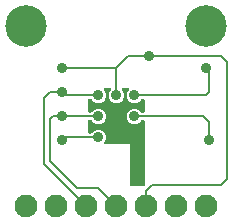
<source format=gbr>
G04 EAGLE Gerber RS-274X export*
G75*
%MOMM*%
%FSLAX34Y34*%
%LPD*%
%INBottom Copper*%
%IPPOS*%
%AMOC8*
5,1,8,0,0,1.08239X$1,22.5*%
G01*
%ADD10C,1.930400*%
%ADD11C,3.516000*%
%ADD12C,0.906400*%
%ADD13C,0.203200*%

G36*
X99118Y-6087D02*
X99118Y-6087D01*
X99176Y-6089D01*
X99258Y-6067D01*
X99342Y-6055D01*
X99395Y-6032D01*
X99451Y-6017D01*
X99524Y-5974D01*
X99601Y-5939D01*
X99646Y-5901D01*
X99696Y-5872D01*
X99754Y-5810D01*
X99818Y-5756D01*
X99850Y-5707D01*
X99890Y-5664D01*
X99929Y-5589D01*
X99976Y-5519D01*
X99993Y-5463D01*
X100020Y-5411D01*
X100031Y-5343D01*
X100061Y-5248D01*
X100064Y-5148D01*
X100075Y-5080D01*
X100075Y49276D01*
X100067Y49334D01*
X100069Y49392D01*
X100047Y49474D01*
X100035Y49558D01*
X100012Y49611D01*
X99997Y49667D01*
X99954Y49740D01*
X99919Y49817D01*
X99881Y49862D01*
X99852Y49912D01*
X99790Y49970D01*
X99736Y50034D01*
X99687Y50066D01*
X99644Y50106D01*
X99569Y50145D01*
X99499Y50192D01*
X99443Y50209D01*
X99391Y50236D01*
X99323Y50247D01*
X99228Y50277D01*
X99128Y50280D01*
X99060Y50291D01*
X97961Y50291D01*
X97960Y50291D01*
X97958Y50291D01*
X97817Y50271D01*
X97680Y50251D01*
X97678Y50251D01*
X97677Y50251D01*
X97546Y50192D01*
X97420Y50135D01*
X97419Y50134D01*
X97418Y50133D01*
X97308Y50040D01*
X97203Y49952D01*
X97202Y49950D01*
X97201Y49949D01*
X97193Y49936D01*
X97046Y49715D01*
X97036Y49686D01*
X97023Y49665D01*
X97005Y49621D01*
X95159Y47775D01*
X92746Y46775D01*
X90134Y46775D01*
X87721Y47775D01*
X85875Y49621D01*
X84875Y52034D01*
X84875Y54646D01*
X85875Y57059D01*
X87721Y58905D01*
X90134Y59905D01*
X92746Y59905D01*
X95159Y58905D01*
X97005Y57059D01*
X97023Y57015D01*
X97024Y57014D01*
X97024Y57013D01*
X97095Y56894D01*
X97168Y56771D01*
X97169Y56770D01*
X97170Y56768D01*
X97274Y56670D01*
X97374Y56575D01*
X97376Y56575D01*
X97377Y56574D01*
X97503Y56509D01*
X97627Y56445D01*
X97629Y56445D01*
X97630Y56444D01*
X97645Y56442D01*
X97906Y56390D01*
X97937Y56393D01*
X97961Y56389D01*
X99060Y56389D01*
X99118Y56397D01*
X99176Y56395D01*
X99258Y56417D01*
X99342Y56429D01*
X99395Y56452D01*
X99451Y56467D01*
X99524Y56510D01*
X99601Y56545D01*
X99646Y56583D01*
X99696Y56612D01*
X99754Y56674D01*
X99818Y56728D01*
X99850Y56777D01*
X99890Y56820D01*
X99929Y56895D01*
X99976Y56965D01*
X99993Y57021D01*
X100020Y57073D01*
X100031Y57141D01*
X100061Y57236D01*
X100064Y57336D01*
X100075Y57404D01*
X100075Y67056D01*
X100068Y67106D01*
X100069Y67119D01*
X100067Y67124D01*
X100069Y67172D01*
X100047Y67254D01*
X100035Y67338D01*
X100012Y67391D01*
X99997Y67447D01*
X99954Y67520D01*
X99919Y67597D01*
X99881Y67642D01*
X99852Y67692D01*
X99790Y67750D01*
X99736Y67814D01*
X99687Y67846D01*
X99644Y67886D01*
X99569Y67925D01*
X99499Y67972D01*
X99443Y67989D01*
X99391Y68016D01*
X99323Y68027D01*
X99228Y68057D01*
X99128Y68060D01*
X99060Y68071D01*
X97961Y68071D01*
X97960Y68071D01*
X97958Y68071D01*
X97817Y68051D01*
X97680Y68031D01*
X97678Y68031D01*
X97677Y68031D01*
X97546Y67972D01*
X97420Y67915D01*
X97419Y67914D01*
X97418Y67913D01*
X97308Y67820D01*
X97203Y67732D01*
X97202Y67730D01*
X97201Y67729D01*
X97193Y67716D01*
X97046Y67495D01*
X97036Y67466D01*
X97023Y67445D01*
X97005Y67401D01*
X95159Y65555D01*
X92746Y64555D01*
X90134Y64555D01*
X87721Y65555D01*
X85875Y67401D01*
X84875Y69814D01*
X84875Y72426D01*
X85875Y74839D01*
X86518Y75482D01*
X86536Y75506D01*
X86558Y75525D01*
X86621Y75619D01*
X86689Y75709D01*
X86699Y75737D01*
X86716Y75761D01*
X86750Y75869D01*
X86790Y75975D01*
X86793Y76004D01*
X86802Y76032D01*
X86804Y76146D01*
X86814Y76258D01*
X86808Y76287D01*
X86809Y76316D01*
X86780Y76426D01*
X86758Y76537D01*
X86744Y76563D01*
X86737Y76591D01*
X86679Y76689D01*
X86627Y76789D01*
X86607Y76811D01*
X86592Y76836D01*
X86509Y76913D01*
X86431Y76995D01*
X86406Y77010D01*
X86384Y77030D01*
X86284Y77082D01*
X86186Y77139D01*
X86157Y77146D01*
X86131Y77160D01*
X86054Y77173D01*
X85910Y77209D01*
X85848Y77207D01*
X85800Y77215D01*
X81840Y77215D01*
X81811Y77211D01*
X81781Y77214D01*
X81670Y77191D01*
X81558Y77175D01*
X81532Y77163D01*
X81503Y77158D01*
X81402Y77106D01*
X81299Y77059D01*
X81276Y77040D01*
X81250Y77027D01*
X81168Y76949D01*
X81082Y76876D01*
X81066Y76851D01*
X81044Y76831D01*
X80987Y76733D01*
X80924Y76639D01*
X80915Y76611D01*
X80901Y76586D01*
X80873Y76476D01*
X80838Y76368D01*
X80838Y76338D01*
X80830Y76310D01*
X80834Y76197D01*
X80831Y76084D01*
X80839Y76055D01*
X80840Y76026D01*
X80874Y75918D01*
X80903Y75809D01*
X80918Y75783D01*
X80927Y75755D01*
X80972Y75692D01*
X81048Y75564D01*
X81094Y75521D01*
X81122Y75482D01*
X81765Y74839D01*
X82765Y72426D01*
X82765Y69814D01*
X81765Y67401D01*
X79919Y65555D01*
X77506Y64555D01*
X74894Y64555D01*
X72481Y65555D01*
X70635Y67401D01*
X69635Y69814D01*
X69635Y72426D01*
X70635Y74839D01*
X71278Y75482D01*
X71296Y75506D01*
X71318Y75525D01*
X71381Y75619D01*
X71449Y75709D01*
X71459Y75737D01*
X71476Y75761D01*
X71510Y75869D01*
X71550Y75975D01*
X71553Y76004D01*
X71562Y76032D01*
X71564Y76146D01*
X71574Y76258D01*
X71568Y76287D01*
X71569Y76316D01*
X71540Y76426D01*
X71518Y76537D01*
X71504Y76563D01*
X71497Y76591D01*
X71439Y76689D01*
X71387Y76789D01*
X71367Y76811D01*
X71352Y76836D01*
X71269Y76913D01*
X71191Y76995D01*
X71166Y77010D01*
X71144Y77030D01*
X71044Y77082D01*
X70946Y77139D01*
X70917Y77146D01*
X70891Y77160D01*
X70814Y77173D01*
X70670Y77209D01*
X70608Y77207D01*
X70560Y77215D01*
X66600Y77215D01*
X66571Y77211D01*
X66541Y77214D01*
X66430Y77191D01*
X66318Y77175D01*
X66292Y77163D01*
X66263Y77158D01*
X66162Y77106D01*
X66059Y77059D01*
X66036Y77040D01*
X66010Y77027D01*
X65928Y76949D01*
X65842Y76876D01*
X65826Y76851D01*
X65804Y76831D01*
X65747Y76733D01*
X65684Y76639D01*
X65675Y76611D01*
X65661Y76586D01*
X65633Y76476D01*
X65598Y76368D01*
X65598Y76338D01*
X65590Y76310D01*
X65594Y76197D01*
X65591Y76084D01*
X65599Y76055D01*
X65600Y76026D01*
X65634Y75918D01*
X65663Y75809D01*
X65678Y75783D01*
X65687Y75755D01*
X65732Y75692D01*
X65808Y75564D01*
X65854Y75521D01*
X65882Y75482D01*
X66525Y74839D01*
X67525Y72426D01*
X67525Y69814D01*
X66525Y67401D01*
X64679Y65555D01*
X62266Y64555D01*
X59654Y64555D01*
X57241Y65555D01*
X55395Y67401D01*
X55377Y67445D01*
X55376Y67446D01*
X55376Y67447D01*
X55305Y67566D01*
X55232Y67689D01*
X55231Y67690D01*
X55230Y67692D01*
X55126Y67790D01*
X55026Y67885D01*
X55024Y67885D01*
X55023Y67886D01*
X54897Y67951D01*
X54773Y68015D01*
X54771Y68015D01*
X54770Y68016D01*
X54755Y68018D01*
X54494Y68070D01*
X54463Y68067D01*
X54439Y68071D01*
X53340Y68071D01*
X53282Y68063D01*
X53224Y68065D01*
X53142Y68043D01*
X53059Y68031D01*
X53005Y68008D01*
X52949Y67993D01*
X52876Y67950D01*
X52799Y67915D01*
X52754Y67877D01*
X52704Y67848D01*
X52646Y67786D01*
X52582Y67732D01*
X52550Y67683D01*
X52510Y67640D01*
X52471Y67565D01*
X52425Y67495D01*
X52407Y67439D01*
X52380Y67387D01*
X52369Y67319D01*
X52339Y67224D01*
X52336Y67124D01*
X52325Y67056D01*
X52325Y57404D01*
X52333Y57346D01*
X52331Y57288D01*
X52353Y57206D01*
X52365Y57122D01*
X52389Y57069D01*
X52403Y57013D01*
X52446Y56940D01*
X52481Y56863D01*
X52519Y56818D01*
X52549Y56768D01*
X52610Y56710D01*
X52665Y56646D01*
X52713Y56614D01*
X52756Y56574D01*
X52831Y56535D01*
X52901Y56488D01*
X52957Y56471D01*
X53009Y56444D01*
X53077Y56433D01*
X53172Y56403D01*
X53272Y56400D01*
X53340Y56389D01*
X54439Y56389D01*
X54440Y56389D01*
X54442Y56389D01*
X54583Y56409D01*
X54720Y56429D01*
X54722Y56429D01*
X54723Y56429D01*
X54853Y56488D01*
X54980Y56545D01*
X54981Y56546D01*
X54982Y56547D01*
X55092Y56640D01*
X55197Y56728D01*
X55198Y56730D01*
X55199Y56731D01*
X55207Y56744D01*
X55354Y56965D01*
X55364Y56994D01*
X55377Y57015D01*
X55395Y57059D01*
X57241Y58905D01*
X59654Y59905D01*
X62266Y59905D01*
X64679Y58905D01*
X66525Y57059D01*
X67525Y54646D01*
X67525Y52034D01*
X66525Y49621D01*
X64679Y47775D01*
X62266Y46775D01*
X59654Y46775D01*
X57241Y47775D01*
X55395Y49621D01*
X55377Y49665D01*
X55376Y49666D01*
X55376Y49667D01*
X55305Y49786D01*
X55232Y49909D01*
X55231Y49910D01*
X55230Y49912D01*
X55126Y50010D01*
X55026Y50105D01*
X55024Y50105D01*
X55023Y50106D01*
X54897Y50171D01*
X54773Y50235D01*
X54771Y50235D01*
X54770Y50236D01*
X54755Y50238D01*
X54494Y50290D01*
X54463Y50287D01*
X54439Y50291D01*
X53340Y50291D01*
X53282Y50283D01*
X53224Y50285D01*
X53142Y50263D01*
X53059Y50251D01*
X53005Y50228D01*
X52949Y50213D01*
X52876Y50170D01*
X52799Y50135D01*
X52754Y50097D01*
X52704Y50068D01*
X52646Y50006D01*
X52582Y49952D01*
X52550Y49903D01*
X52510Y49860D01*
X52471Y49785D01*
X52425Y49715D01*
X52407Y49659D01*
X52380Y49607D01*
X52369Y49539D01*
X52339Y49444D01*
X52336Y49344D01*
X52325Y49276D01*
X52325Y39624D01*
X52333Y39566D01*
X52331Y39508D01*
X52353Y39426D01*
X52365Y39342D01*
X52389Y39289D01*
X52403Y39233D01*
X52446Y39160D01*
X52481Y39083D01*
X52519Y39038D01*
X52549Y38988D01*
X52610Y38930D01*
X52665Y38866D01*
X52713Y38834D01*
X52756Y38794D01*
X52831Y38755D01*
X52901Y38708D01*
X52957Y38691D01*
X53009Y38664D01*
X53077Y38653D01*
X53172Y38623D01*
X53272Y38620D01*
X53340Y38609D01*
X54439Y38609D01*
X54440Y38609D01*
X54442Y38609D01*
X54583Y38629D01*
X54720Y38649D01*
X54722Y38649D01*
X54723Y38649D01*
X54853Y38708D01*
X54980Y38765D01*
X54981Y38766D01*
X54982Y38767D01*
X55092Y38860D01*
X55197Y38948D01*
X55198Y38950D01*
X55199Y38951D01*
X55207Y38964D01*
X55354Y39185D01*
X55364Y39214D01*
X55377Y39235D01*
X55395Y39279D01*
X57241Y41125D01*
X59654Y42125D01*
X62266Y42125D01*
X64679Y41125D01*
X66525Y39279D01*
X67525Y36866D01*
X67525Y34254D01*
X66525Y31841D01*
X65882Y31198D01*
X65864Y31174D01*
X65842Y31156D01*
X65779Y31061D01*
X65711Y30971D01*
X65701Y30943D01*
X65684Y30919D01*
X65650Y30811D01*
X65610Y30705D01*
X65607Y30676D01*
X65598Y30648D01*
X65596Y30535D01*
X65586Y30422D01*
X65592Y30393D01*
X65591Y30364D01*
X65620Y30254D01*
X65642Y30143D01*
X65656Y30117D01*
X65663Y30089D01*
X65721Y29992D01*
X65773Y29891D01*
X65793Y29869D01*
X65808Y29844D01*
X65891Y29767D01*
X65969Y29685D01*
X65994Y29670D01*
X66016Y29650D01*
X66117Y29598D01*
X66214Y29541D01*
X66243Y29534D01*
X66269Y29520D01*
X66346Y29507D01*
X66490Y29471D01*
X66552Y29473D01*
X66600Y29465D01*
X87885Y29465D01*
X87885Y-5080D01*
X87893Y-5138D01*
X87891Y-5196D01*
X87913Y-5278D01*
X87925Y-5362D01*
X87949Y-5415D01*
X87963Y-5471D01*
X88006Y-5544D01*
X88041Y-5621D01*
X88079Y-5666D01*
X88109Y-5716D01*
X88170Y-5774D01*
X88225Y-5838D01*
X88273Y-5870D01*
X88316Y-5910D01*
X88391Y-5949D01*
X88461Y-5996D01*
X88517Y-6013D01*
X88569Y-6040D01*
X88637Y-6051D01*
X88732Y-6081D01*
X88832Y-6084D01*
X88900Y-6095D01*
X99060Y-6095D01*
X99118Y-6087D01*
G37*
D10*
X0Y-22860D03*
X25400Y-22860D03*
X50800Y-22860D03*
X76200Y-22860D03*
X101600Y-22860D03*
X127000Y-22860D03*
X152400Y-22860D03*
D11*
X152400Y129540D03*
X0Y129540D03*
D12*
X60960Y35560D03*
D13*
X33020Y35560D01*
X30480Y33020D01*
D12*
X30480Y33020D03*
X60960Y53340D03*
D13*
X30480Y53340D01*
D12*
X30480Y53340D03*
D13*
X22860Y53340D01*
X20320Y50800D01*
X20320Y15240D01*
X43180Y-7620D01*
X60960Y-7620D01*
X76200Y-22860D01*
D12*
X60960Y71120D03*
D13*
X33020Y71120D01*
X30480Y73660D01*
D12*
X30480Y73660D03*
D13*
X20320Y73660D01*
X15240Y68580D01*
X15240Y12700D01*
X50800Y-22860D01*
D12*
X76200Y71120D03*
D13*
X76200Y93980D01*
D12*
X104140Y104140D03*
D13*
X86360Y104140D02*
X76200Y93980D01*
X104140Y104140D02*
X165100Y104140D01*
X170180Y99060D01*
X170180Y0D01*
X165100Y-5080D01*
X106680Y-5080D01*
X101600Y-10160D01*
X101600Y-22860D01*
X104140Y104140D02*
X86360Y104140D01*
D12*
X30480Y93980D03*
D13*
X76200Y93980D01*
D12*
X91440Y71120D03*
D13*
X151740Y71120D01*
X154280Y73660D01*
X154280Y92100D01*
X152400Y93980D01*
D12*
X152400Y93980D03*
X91440Y53340D03*
D13*
X149860Y53340D01*
X154940Y48260D01*
X154940Y33020D01*
D12*
X154940Y33020D03*
X76200Y35560D03*
D13*
X76200Y33020D01*
D12*
X91440Y35560D03*
X93980Y2540D03*
M02*

</source>
